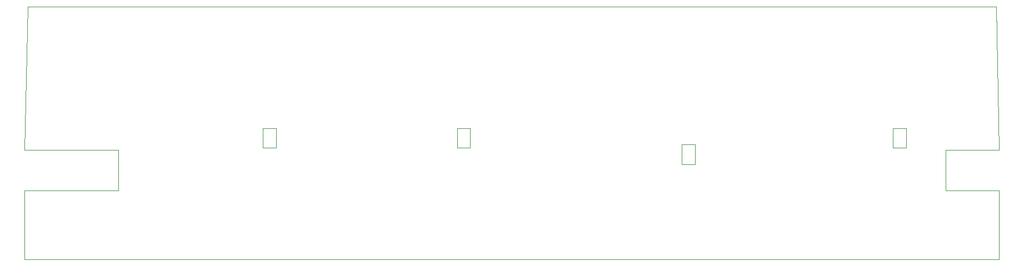
<source format=gbr>
%TF.GenerationSoftware,KiCad,Pcbnew,(5.1.12)-1*%
%TF.CreationDate,2022-02-09T09:57:39+03:00*%
%TF.ProjectId,Streamer_ADAU1701 front,53747265-616d-4657-925f-414441553137,rev?*%
%TF.SameCoordinates,Original*%
%TF.FileFunction,Profile,NP*%
%FSLAX46Y46*%
G04 Gerber Fmt 4.6, Leading zero omitted, Abs format (unit mm)*
G04 Created by KiCad (PCBNEW (5.1.12)-1) date 2022-02-09 09:57:39*
%MOMM*%
%LPD*%
G01*
G04 APERTURE LIST*
%TA.AperFunction,Profile*%
%ADD10C,0.100000*%
%TD*%
G04 APERTURE END LIST*
D10*
X210200000Y-63700000D02*
X62700000Y-63700000D01*
X210700000Y-85500000D02*
X210200000Y-63700000D01*
X62200000Y-85500000D02*
X62700000Y-63700000D01*
X210700000Y-85500000D02*
X209500000Y-85500000D01*
X210700000Y-91700000D02*
X210700000Y-102200000D01*
X202500000Y-91700000D02*
X210700000Y-91700000D01*
X202500000Y-85500000D02*
X202500000Y-91700000D01*
X209500000Y-85500000D02*
X202500000Y-85500000D01*
X62200000Y-91700000D02*
X62200000Y-102200000D01*
X76400000Y-91700000D02*
X76500000Y-91700000D01*
X76400000Y-85500000D02*
X76500000Y-85500000D01*
X76500000Y-85500000D02*
X76500000Y-91700000D01*
X76400000Y-91700000D02*
X62200000Y-91700000D01*
X62200000Y-85500000D02*
X76400000Y-85500000D01*
X162340000Y-87700000D02*
X162340000Y-84700000D01*
X164340000Y-87700000D02*
X162340000Y-87700000D01*
X164340000Y-84700000D02*
X164340000Y-87700000D01*
X162340000Y-84700000D02*
X164340000Y-84700000D01*
X196500000Y-82200000D02*
X196500000Y-85200000D01*
X194500000Y-82200000D02*
X196500000Y-82200000D01*
X194500000Y-85200000D02*
X194500000Y-82200000D01*
X196500000Y-85200000D02*
X194500000Y-85200000D01*
X128100000Y-82200000D02*
X128100000Y-85200000D01*
X130100000Y-85200000D02*
X128100000Y-85200000D01*
X130100000Y-82200000D02*
X130100000Y-85200000D01*
X128100000Y-82200000D02*
X130100000Y-82200000D01*
X98500000Y-85200000D02*
X98500000Y-82200000D01*
X100500000Y-85200000D02*
X98500000Y-85200000D01*
X100500000Y-82200000D02*
X100500000Y-85200000D01*
X98500000Y-82200000D02*
X100500000Y-82200000D01*
X62200000Y-102200000D02*
X210700000Y-102200000D01*
M02*

</source>
